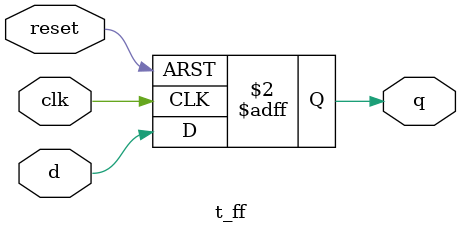
<source format=v>
/*
This code defines a `ripple_counter` module with two inputs (`clk` and `reset`) and one output (`q`).
The `ripple_counter` module instantiates four `t_ff` modules, which represent T flip-flops. The first
flip-flop is clocked by the external `clk` signal, and each subsequent flip-flop is clocked by the output of
the previous flip-flop. The `d` inputs of the flip-flops are connected to intermediate signals that generate
the appropriate count sequence.
*/

module ripple_counter (
    input clk,
    input reset,
    output [3:0] q
);

    wire [3:0] d;

    assign d[0] = ~q[0];
    assign d[1] = q[0];
    assign d[2] = q[0] & q[1];
    assign d[3] = q[0] & q[1] & q[2];

    t_ff tff0(.clk(clk), .reset(reset), .d(d[0]), .q(q[0]));
    t_ff tff1(.clk(q[0]), .reset(reset), .d(d[1]), .q(q[1]));
    t_ff tff2(.clk(q[1]), .reset(reset), .d(d[2]), .q(q[2]));
    t_ff tff3(.clk(q[2]), .reset(reset), .d(d[3]), .q(q[3]));

endmodule

module t_ff (
    input clk,
    input reset,
    input d,
    output reg q
);

always @(posedge clk or posedge reset) begin
    if (reset) begin
        q <= 1'b0;
    end else begin
        q <= d;
    end
end

endmodule
</source>
